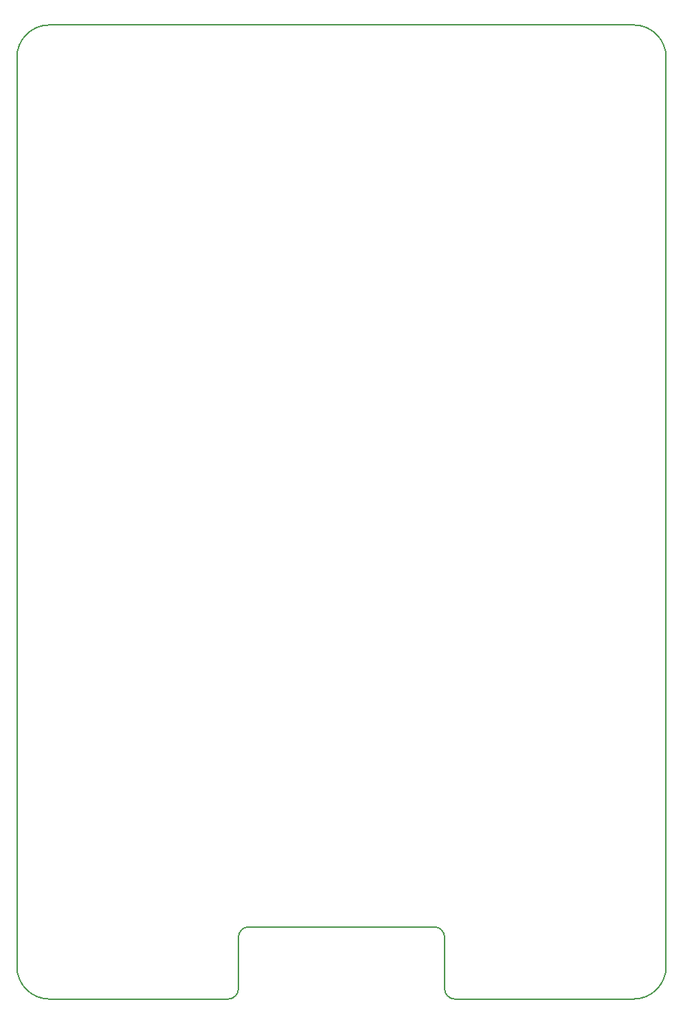
<source format=gbr>
%TF.GenerationSoftware,KiCad,Pcbnew,(5.1.6)-1*%
%TF.CreationDate,2020-10-12T20:35:09+11:00*%
%TF.ProjectId,swag-badge,73776167-2d62-4616-9467-652e6b696361,rev?*%
%TF.SameCoordinates,PX2d4cae0PY916f720*%
%TF.FileFunction,Profile,NP*%
%FSLAX46Y46*%
G04 Gerber Fmt 4.6, Leading zero omitted, Abs format (unit mm)*
G04 Created by KiCad (PCBNEW (5.1.6)-1) date 2020-10-12 20:35:09*
%MOMM*%
%LPD*%
G01*
G04 APERTURE LIST*
%TA.AperFunction,Profile*%
%ADD10C,0.150000*%
%TD*%
G04 APERTURE END LIST*
D10*
X6500000Y2500000D02*
X27500000Y2500000D01*
X6499999Y2500001D02*
G75*
G02*
X2500000Y6500000I0J3999999D01*
G01*
X2500000Y118500000D02*
X2500000Y6500000D01*
X2500000Y118500000D02*
G75*
G02*
X6500000Y122500000I4000000J0D01*
G01*
X78500000Y122500000D02*
X6500000Y122500000D01*
X78500000Y122500000D02*
G75*
G02*
X82500000Y118500000I0J-4000000D01*
G01*
X82500000Y6500000D02*
X82500000Y118500000D01*
X82500000Y6500000D02*
G75*
G02*
X78500000Y2500000I-4000000J0D01*
G01*
X57500000Y2500000D02*
X78500000Y2500000D01*
%TO.C,J7*%
X56470000Y2500000D02*
X57500000Y2500000D01*
X28530000Y2500000D02*
X27500000Y2500000D01*
X29800001Y10120000D02*
X29800001Y3770000D01*
X53930000Y11390000D02*
X31070001Y11390000D01*
X55200000Y3770000D02*
X55200000Y10120000D01*
X29800001Y3770000D02*
G75*
G02*
X28530001Y2500000I-1270000J0D01*
G01*
X29800001Y10120000D02*
G75*
G02*
X31070001Y11390000I1270000J0D01*
G01*
X53930000Y11390000D02*
G75*
G02*
X55200000Y10120000I0J-1270000D01*
G01*
X56470000Y2500000D02*
G75*
G02*
X55200000Y3770000I0J1270000D01*
G01*
%TD*%
M02*

</source>
